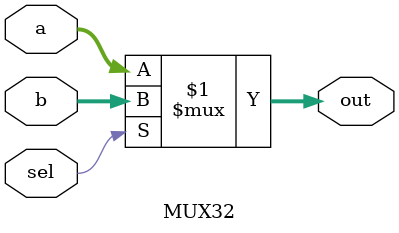
<source format=v>
module MUX32
(
    a,
    b,
    sel,
    out,
);

input [31:0] a;
input [31:0] b;
input sel;
output[31:0] out;

wire [31:0] out;

assign out = (sel)? b : a;

endmodule
</source>
